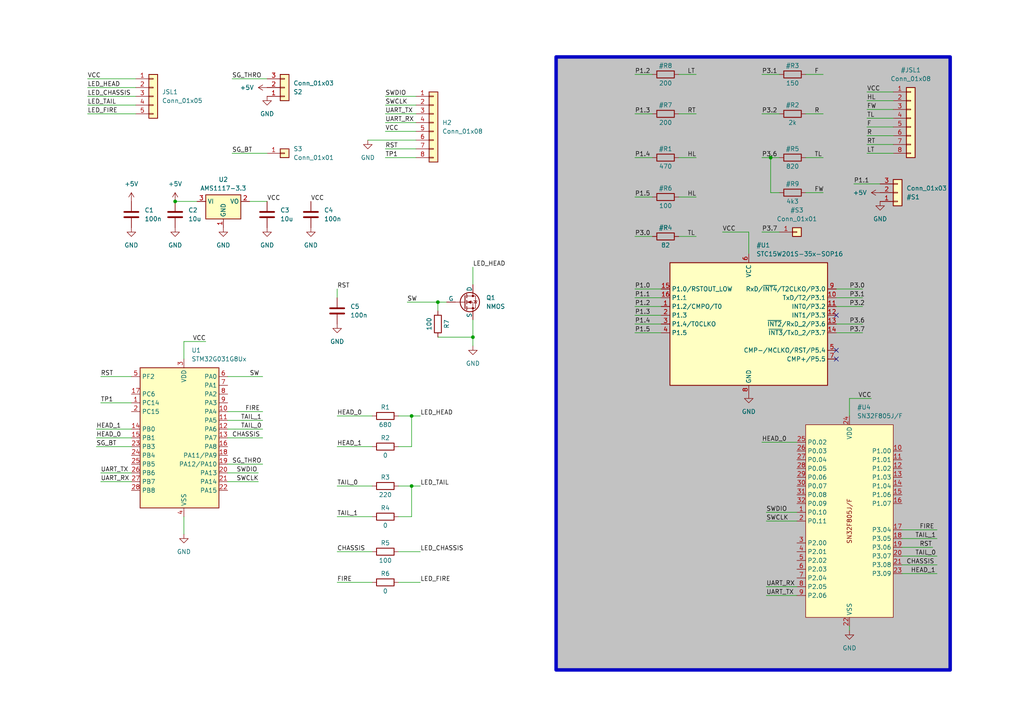
<source format=kicad_sch>
(kicad_sch (version 20230121) (generator eeschema)
  (paper "A4")
  (lib_symbols
    (symbol "Connector_Generic:Conn_01x01" (pin_names (offset 1.016) hide)
      (property "Reference" "J" (at 0 2.54 0))
      (property "Value" "Conn_01x01" (at 0 -2.54 0))
      (symbol "Conn_01x01_1_1"
        (rectangle (start -1.27 0.127) (end 0 -0.127) (stroke (width 0.1524)))
        (rectangle (start -1.27 1.27) (end 1.27 -1.27) (stroke (width 0.254)) (fill (type background)))
        (pin passive line (at -5.08 0 0) (length 3.81) (name "Pin_1") (number "1"))
      )
    )
    (symbol "Connector_Generic:Conn_01x03" (pin_names (offset 1.016) hide)
      (property "Reference" "J" (at 0 5.08 0))
      (property "Value" "Conn_01x03" (at 0 -5.08 0))
      (symbol "Conn_01x03_1_1"
        (rectangle (start -1.27 -2.413) (end 0 -2.667) (stroke (width 0.1524)))
        (rectangle (start -1.27 0.127) (end 0 -0.127) (stroke (width 0.1524)))
        (rectangle (start -1.27 2.667) (end 0 2.413) (stroke (width 0.1524)))
        (rectangle (start -1.27 3.81) (end 1.27 -3.81) (stroke (width 0.254)) (fill (type background)))
        (pin passive line (at -5.08 2.54 0) (length 3.81) (name "Pin_1") (number "1"))
        (pin passive line (at -5.08 0 0) (length 3.81) (name "Pin_2") (number "2"))
        (pin passive line (at -5.08 -2.54 0) (length 3.81) (name "Pin_3") (number "3"))
      )
    )
    (symbol "Connector_Generic:Conn_01x05" (pin_names (offset 1.016) hide)
      (property "Reference" "J" (at 0 7.62 0))
      (property "Value" "Conn_01x05" (at 0 -7.62 0))
      (symbol "Conn_01x05_1_1"
        (rectangle (start -1.27 -4.953) (end 0 -5.207) (stroke (width 0.1524)))
        (rectangle (start -1.27 -2.413) (end 0 -2.667) (stroke (width 0.1524)))
        (rectangle (start -1.27 0.127) (end 0 -0.127) (stroke (width 0.1524)))
        (rectangle (start -1.27 2.667) (end 0 2.413) (stroke (width 0.1524)))
        (rectangle (start -1.27 5.207) (end 0 4.953) (stroke (width 0.1524)))
        (rectangle (start -1.27 6.35) (end 1.27 -6.35) (stroke (width 0.254)) (fill (type background)))
        (pin passive line (at -5.08 5.08 0) (length 3.81) (name "Pin_1") (number "1"))
        (pin passive line (at -5.08 2.54 0) (length 3.81) (name "Pin_2") (number "2"))
        (pin passive line (at -5.08 0 0) (length 3.81) (name "Pin_3") (number "3"))
        (pin passive line (at -5.08 -2.54 0) (length 3.81) (name "Pin_4") (number "4"))
        (pin passive line (at -5.08 -5.08 0) (length 3.81) (name "Pin_5") (number "5"))
      )
    )
    (symbol "Connector_Generic:Conn_01x08" (pin_names (offset 1.016) hide)
      (property "Reference" "J" (at 0 10.16 0))
      (property "Value" "Conn_01x08" (at 0 -12.7 0))
      (symbol "Conn_01x08_1_1"
        (rectangle (start -1.27 -10.033) (end 0 -10.287) (stroke (width 0.1524)))
        (rectangle (start -1.27 -7.493) (end 0 -7.747) (stroke (width 0.1524)))
        (rectangle (start -1.27 -4.953) (end 0 -5.207) (stroke (width 0.1524)))
        (rectangle (start -1.27 -2.413) (end 0 -2.667) (stroke (width 0.1524)))
        (rectangle (start -1.27 0.127) (end 0 -0.127) (stroke (width 0.1524)))
        (rectangle (start -1.27 2.667) (end 0 2.413) (stroke (width 0.1524)))
        (rectangle (start -1.27 5.207) (end 0 4.953) (stroke (width 0.1524)))
        (rectangle (start -1.27 7.747) (end 0 7.493) (stroke (width 0.1524)))
        (rectangle (start -1.27 8.89) (end 1.27 -11.43) (stroke (width 0.254)) (fill (type background)))
        (pin passive line (at -5.08 7.62 0) (length 3.81) (name "Pin_1") (number "1"))
        (pin passive line (at -5.08 5.08 0) (length 3.81) (name "Pin_2") (number "2"))
        (pin passive line (at -5.08 2.54 0) (length 3.81) (name "Pin_3") (number "3"))
        (pin passive line (at -5.08 0 0) (length 3.81) (name "Pin_4") (number "4"))
        (pin passive line (at -5.08 -2.54 0) (length 3.81) (name "Pin_5") (number "5"))
        (pin passive line (at -5.08 -5.08 0) (length 3.81) (name "Pin_6") (number "6"))
        (pin passive line (at -5.08 -7.62 0) (length 3.81) (name "Pin_7") (number "7"))
        (pin passive line (at -5.08 -10.16 0) (length 3.81) (name "Pin_8") (number "8"))
      )
    )
    (symbol "Device:C" (pin_numbers hide) (pin_names (offset 0.254))
      (property "Reference" "C" (at 0.635 2.54 0))
      (property "Value" "C" (at 0.635 -2.54 0))
      (symbol "C_0_1"
        (polyline (pts (xy -2.032 -0.762) (xy 2.032 -0.762)) (stroke (width 0.508)))
        (polyline (pts (xy -2.032 0.762) (xy 2.032 0.762)) (stroke (width 0.508)))
      )
      (symbol "C_1_1"
        (pin passive line (at 0 3.81 270) (length 2.794) (name "~") (number "1"))
        (pin passive line (at 0 -3.81 90) (length 2.794) (name "~") (number "2"))
      )
    )
    (symbol "Device:R" (pin_numbers hide) (pin_names (offset 0))
      (property "Reference" "R" (at 2.032 0 90))
      (property "Value" "R" (at 0 0 90))
      (symbol "R_0_1"
        (rectangle (start -1.016 -2.54) (end 1.016 2.54) (stroke (width 0.254)))
      )
      (symbol "R_1_1"
        (pin passive line (at 0 3.81 270) (length 1.27) (name "~") (number "1"))
        (pin passive line (at 0 -3.81 90) (length 1.27) (name "~") (number "2"))
      )
    )
    (symbol "MCU_STC:STC15W201S-35x-SOP16"
      (property "Reference" "U" (at -22.86 19.05 0))
      (property "Value" "STC15W201S-35x-SOP16" (at 1.27 19.05 0))
      (symbol "STC15W201S-35x-SOP16_0_1"
        (rectangle (start -22.86 17.78) (end 22.86 -17.78) (stroke (width 0.254)) (fill (type background)))
      )
      (symbol "STC15W201S-35x-SOP16_1_1"
        (pin bidirectional line (at -25.4 5.08 0) (length 2.54) (name "P1.2/CMPO/T0") (number "1"))
        (pin bidirectional line (at 25.4 7.62 180) (length 2.54) (name "TxD/T2/P3.1") (number "10"))
        (pin bidirectional line (at 25.4 5.08 180) (length 2.54) (name "INT0/P3.2") (number "11"))
        (pin bidirectional line (at 25.4 2.54 180) (length 2.54) (name "INT1/P3.3") (number "12"))
        (pin bidirectional line (at 25.4 0 180) (length 2.54) (name "~{INT2}/RxD_2/P3.6") (number "13"))
        (pin bidirectional line (at 25.4 -2.54 180) (length 2.54) (name "~{INT3}/TxD_2/P3.7") (number "14"))
        (pin bidirectional line (at -25.4 10.16 0) (length 2.54) (name "P1.0/RSTOUT_LOW") (number "15"))
        (pin bidirectional line (at -25.4 7.62 0) (length 2.54) (name "P1.1") (number "16"))
        (pin bidirectional line (at -25.4 2.54 0) (length 2.54) (name "P1.3") (number "2"))
        (pin bidirectional line (at -25.4 0 0) (length 2.54) (name "P1.4/T0CLKO") (number "3"))
        (pin bidirectional line (at -25.4 -2.54 0) (length 2.54) (name "P1.5") (number "4"))
        (pin bidirectional line (at 25.4 -7.62 180) (length 2.54) (name "CMP-/MCLKO/RST/P5.4") (number "5"))
        (pin power_in line (at 0 20.32 270) (length 2.54) (name "VCC") (number "6"))
        (pin bidirectional line (at 25.4 -10.16 180) (length 2.54) (name "CMP+/P5.5") (number "7"))
        (pin power_in line (at 0 -20.32 90) (length 2.54) (name "GND") (number "8"))
        (pin bidirectional line (at 25.4 10.16 180) (length 2.54) (name "RxD/~{INT4}/T2CLKO/P3.0") (number "9"))
      )
    )
    (symbol "MCU_ST_STM32G0:STM32G031G8Ux"
      (property "Reference" "U" (at -10.16 21.59 0))
      (property "Value" "STM32G031G8Ux" (at 5.08 21.59 0))
      (symbol "STM32G031G8Ux_0_1"
        (rectangle (start -10.16 -20.32) (end 12.7 20.32) (stroke (width 0.254)) (fill (type background)))
      )
      (symbol "STM32G031G8Ux_1_1"
        (pin bidirectional line (at -12.7 10.16 0) (length 2.54) (name "PC14") (number "1"))
        (pin bidirectional line (at 15.24 7.62 180) (length 2.54) (name "PA4") (number "10"))
        (pin bidirectional line (at 15.24 5.08 180) (length 2.54) (name "PA5") (number "11"))
        (pin bidirectional line (at 15.24 2.54 180) (length 2.54) (name "PA6") (number "12"))
        (pin bidirectional line (at 15.24 0 180) (length 2.54) (name "PA7") (number "13"))
        (pin bidirectional line (at -12.7 2.54 0) (length 2.54) (name "PB0") (number "14"))
        (pin bidirectional line (at -12.7 0 0) (length 2.54) (name "PB1") (number "15"))
        (pin bidirectional line (at 15.24 -2.54 180) (length 2.54) (name "PA8") (number "16"))
        (pin bidirectional line (at -12.7 12.7 0) (length 2.54) (name "PC6") (number "17"))
        (pin bidirectional line (at 15.24 -5.08 180) (length 2.54) (name "PA11/PA9") (number "18"))
        (pin bidirectional line (at 15.24 -7.62 180) (length 2.54) (name "PA12/PA10") (number "19"))
        (pin bidirectional line (at -12.7 7.62 0) (length 2.54) (name "PC15") (number "2"))
        (pin bidirectional line (at 15.24 -10.16 180) (length 2.54) (name "PA13") (number "20"))
        (pin bidirectional line (at 15.24 -12.7 180) (length 2.54) (name "PA14") (number "21"))
        (pin bidirectional line (at 15.24 -15.24 180) (length 2.54) (name "PA15") (number "22"))
        (pin bidirectional line (at -12.7 -2.54 0) (length 2.54) (name "PB3") (number "23"))
        (pin bidirectional line (at -12.7 -5.08 0) (length 2.54) (name "PB4") (number "24"))
        (pin bidirectional line (at -12.7 -7.62 0) (length 2.54) (name "PB5") (number "25"))
        (pin bidirectional line (at -12.7 -10.16 0) (length 2.54) (name "PB6") (number "26"))
        (pin bidirectional line (at -12.7 -12.7 0) (length 2.54) (name "PB7") (number "27"))
        (pin bidirectional line (at -12.7 -15.24 0) (length 2.54) (name "PB8") (number "28"))
        (pin power_in line (at 2.54 22.86 270) (length 2.54) (name "VDD") (number "3"))
        (pin power_in line (at 2.54 -22.86 90) (length 2.54) (name "VSS") (number "4"))
        (pin bidirectional line (at -12.7 17.78 0) (length 2.54) (name "PF2") (number "5"))
        (pin bidirectional line (at 15.24 17.78 180) (length 2.54) (name "PA0") (number "6"))
        (pin bidirectional line (at 15.24 15.24 180) (length 2.54) (name "PA1") (number "7"))
        (pin bidirectional line (at 15.24 12.7 180) (length 2.54) (name "PA2") (number "8"))
        (pin bidirectional line (at 15.24 10.16 180) (length 2.54) (name "PA3") (number "9"))
      )
    )
    (symbol "Regulator_Linear:AMS1117-5.0"
      (property "Reference" "U" (at -3.81 3.175 0))
      (property "Value" "AMS1117-5.0" (at 0 3.175 0))
      (symbol "AMS1117-5.0_0_1"
        (rectangle (start -5.08 -5.08) (end 5.08 1.905) (stroke (width 0.254)) (fill (type background)))
      )
      (symbol "AMS1117-5.0_1_1"
        (pin power_in line (at 0 -7.62 90) (length 2.54) (name "GND") (number "1"))
        (pin power_out line (at 7.62 0 180) (length 2.54) (name "VO") (number "2"))
        (pin power_in line (at -7.62 0 0) (length 2.54) (name "VI") (number "3"))
      )
    )
    (symbol "SN32F:SN32F800"
      (property "Reference" "U" (at 1.27 57.15 0))
      (property "Value" "SN32F805J/F" (at 0 0 0))
      (symbol "SN32F800_1_1"
        (rectangle (start 0 55.88) (end 25.4 0) (fill (type background)))
        (text "SN32F805J/F" (at 12.7 27.94 900) (effects (font (size 1.27 1.27))))
        (pin bidirectional line (at -2.54 30.48 0) (length 2.54) (name "P0.10") (number "1"))
        (pin bidirectional line (at 27.94 48.26 180) (length 2.54) (name "P1.00") (number "10"))
        (pin bidirectional line (at 27.94 45.72 180) (length 2.54) (name "P1.01") (number "11"))
        (pin bidirectional line (at 27.94 43.18 180) (length 2.54) (name "P1.02") (number "12"))
        (pin bidirectional line (at 27.94 40.64 180) (length 2.54) (name "P1.03") (number "13"))
        (pin bidirectional line (at 27.94 38.1 180) (length 2.54) (name "P1.04") (number "14"))
        (pin bidirectional line (at 27.94 35.56 180) (length 2.54) (name "P1.06") (number "15"))
        (pin bidirectional line (at 27.94 33.02 180) (length 2.54) (name "P1.07") (number "16"))
        (pin bidirectional line (at 27.94 25.4 180) (length 2.54) (name "P3.04") (number "17"))
        (pin bidirectional line (at 27.94 22.86 180) (length 2.54) (name "P3.05") (number "18"))
        (pin bidirectional line (at 27.94 20.32 180) (length 2.54) (name "P3.06") (number "19"))
        (pin bidirectional line (at -2.54 27.94 0) (length 2.54) (name "P0.11") (number "2"))
        (pin bidirectional line (at 27.94 17.78 180) (length 2.54) (name "P3.07") (number "20"))
        (pin bidirectional line (at 27.94 15.24 180) (length 2.54) (name "P3.08") (number "21"))
        (pin power_in line (at 12.7 -2.54 90) (length 2.54) (name "VSS") (number "22"))
        (pin bidirectional line (at 27.94 12.7 180) (length 2.54) (name "P3.09") (number "23"))
        (pin power_in line (at 12.7 58.42 270) (length 2.54) (name "VDD") (number "24"))
        (pin bidirectional line (at -2.54 50.8 0) (length 2.54) (name "P0.02") (number "25"))
        (pin bidirectional line (at -2.54 48.26 0) (length 2.54) (name "P0.03") (number "26"))
        (pin bidirectional line (at -2.54 45.72 0) (length 2.54) (name "P0.04") (number "27"))
        (pin bidirectional line (at -2.54 43.18 0) (length 2.54) (name "P0.05") (number "28"))
        (pin bidirectional line (at -2.54 40.64 0) (length 2.54) (name "P0.06") (number "29"))
        (pin bidirectional line (at -2.54 21.59 0) (length 2.54) (name "P2.00") (number "3"))
        (pin bidirectional line (at -2.54 38.1 0) (length 2.54) (name "P0.07") (number "30"))
        (pin bidirectional line (at -2.54 35.56 0) (length 2.54) (name "P0.08") (number "31"))
        (pin bidirectional line (at -2.54 33.02 0) (length 2.54) (name "P0.09") (number "32"))
        (pin bidirectional line (at -2.54 19.05 0) (length 2.54) (name "P2.01") (number "4"))
        (pin bidirectional line (at -2.54 16.51 0) (length 2.54) (name "P2.02") (number "5"))
        (pin bidirectional line (at -2.54 13.97 0) (length 2.54) (name "P2.03") (number "6"))
        (pin bidirectional line (at -2.54 11.43 0) (length 2.54) (name "P2.04") (number "7"))
        (pin bidirectional line (at -2.54 8.89 0) (length 2.54) (name "P2.05") (number "8"))
        (pin bidirectional line (at -2.54 6.35 0) (length 2.54) (name "P2.06") (number "9"))
      )
    )
    (symbol "Simulation_SPICE:NMOS" (pin_numbers hide) (pin_names (offset 0))
      (property "Reference" "Q1" (at 6.35 1.27 0))
      (property "Value" "NMOS" (at 6.35 -1.27 0))
      (symbol "NMOS_0_1"
        (polyline (pts (xy 0.254 0) (xy -2.54 0)))
        (polyline (pts (xy 0.254 1.905) (xy 0.254 -1.905)) (stroke (width 0.254)))
        (polyline (pts (xy 0.762 -1.27) (xy 0.762 -2.286)) (stroke (width 0.254)))
        (polyline (pts (xy 0.762 0.508) (xy 0.762 -0.508)) (stroke (width 0.254)))
        (polyline (pts (xy 0.762 2.286) (xy 0.762 1.27)) (stroke (width 0.254)))
        (polyline (pts (xy 2.54 2.54) (xy 2.54 1.778)))
        (polyline (pts (xy 2.54 -2.54) (xy 2.54 0) (xy 0.762 0)))
        (polyline (pts (xy 0.762 -1.778) (xy 3.302 -1.778) (xy 3.302 1.778) (xy 0.762 1.778)))
        (polyline (pts (xy 1.016 0) (xy 2.032 0.381) (xy 2.032 -0.381) (xy 1.016 0)) (fill (type outline)))
        (polyline (pts (xy 2.794 0.508) (xy 2.921 0.381) (xy 3.683 0.381) (xy 3.81 0.254)))
        (polyline (pts (xy 3.302 0.381) (xy 2.921 -0.254) (xy 3.683 -0.254) (xy 3.302 0.381)))
        (circle (center 1.651 0) (radius 2.794) (stroke (width 0.254)))
        (circle (center 2.54 -1.778) (radius 0.254) (fill (type outline)))
        (circle (center 2.54 1.778) (radius 0.254) (fill (type outline)))
      )
      (symbol "NMOS_1_1"
        (pin input line (at -5.08 0 0) (length 2.54) (name "G") (number "1"))
        (pin passive line (at 2.54 -5.08 90) (length 2.54) (name "S") (number "2"))
        (pin passive line (at 2.54 5.08 270) (length 2.54) (name "D") (number "3"))
      )
    )
    (symbol "power:+5V" (power) (pin_names (offset 0))
      (property "Value" "+5V" (at 0 3.556 0))
      (symbol "+5V_0_1"
        (polyline (pts (xy -0.762 1.27) (xy 0 2.54)))
        (polyline (pts (xy 0 0) (xy 0 2.54)))
        (polyline (pts (xy 0 2.54) (xy 0.762 1.27)))
      )
      (symbol "+5V_1_1"
        (pin power_in line (at 0 0 90) (length 0) hide (name "+5V") (number "1"))
      )
    )
    (symbol "power:GND" (power) (pin_names (offset 0))
      (property "Value" "GND" (at 0 -3.81 0))
      (symbol "GND_0_1"
        (polyline (pts (xy 0 0) (xy 0 -1.27) (xy 1.27 -1.27) (xy 0 -2.54) (xy -1.27 -1.27) (xy 0 -1.27)))
      )
      (symbol "GND_1_1"
        (pin power_in line (at 0 0 270) (length 0) hide (name "GND") (number "1"))
      )
    )
  )
  (junction (at 223.52 45.72))
  (junction (at 119.38 140.97))
  (junction (at 137.16 97.79))
  (junction (at 50.8 58.42))
  (junction (at 119.38 120.65))
  (junction (at 127 87.63))
  (no_connect (at 242.57 101.6))
  (no_connect (at 242.57 91.44))
  (no_connect (at 242.57 104.14))
  (wire (pts (xy 115.57 140.97) (xy 119.38 140.97)))
  (wire (pts (xy 111.76 43.18) (xy 120.65 43.18)))
  (wire (pts (xy 25.4 30.48) (xy 39.37 30.48)))
  (wire (pts (xy 184.15 93.98) (xy 191.77 93.98)))
  (wire (pts (xy 242.57 88.9) (xy 250.19 88.9)))
  (wire (pts (xy 184.15 57.15) (xy 189.23 57.15)))
  (wire (pts (xy 27.94 129.54) (xy 38.1 129.54)))
  (wire (pts (xy 261.62 158.75) (xy 270.51 158.75)))
  (wire (pts (xy 246.38 182.88) (xy 246.38 181.61)))
  (wire (pts (xy 220.98 128.27) (xy 231.14 128.27)))
  (wire (pts (xy 25.4 27.94) (xy 39.37 27.94)))
  (wire (pts (xy 127 97.79) (xy 137.16 97.79)))
  (wire (pts (xy 233.68 33.02) (xy 238.76 33.02)))
  (wire (pts (xy 97.79 149.86) (xy 107.95 149.86)))
  (wire (pts (xy 115.57 120.65) (xy 119.38 120.65)))
  (wire (pts (xy 233.68 55.88) (xy 238.76 55.88)))
  (wire (pts (xy 261.62 153.67) (xy 271.78 153.67)))
  (wire (pts (xy 251.46 39.37) (xy 259.08 39.37)))
  (wire (pts (xy 53.34 154.94) (xy 53.34 149.86)))
  (wire (pts (xy 247.65 53.34) (xy 255.27 53.34)))
  (wire (pts (xy 50.8 58.42) (xy 57.15 58.42)))
  (wire (pts (xy 67.31 44.45) (xy 77.47 44.45)))
  (wire (pts (xy 29.21 139.7) (xy 38.1 139.7)))
  (wire (pts (xy 119.38 129.54) (xy 119.38 120.65)))
  (wire (pts (xy 222.25 172.72) (xy 231.14 172.72)))
  (wire (pts (xy 27.94 127) (xy 38.1 127)))
  (wire (pts (xy 111.76 45.72) (xy 120.65 45.72)))
  (wire (pts (xy 223.52 45.72) (xy 223.52 55.88)))
  (wire (pts (xy 222.25 170.18) (xy 231.14 170.18)))
  (wire (pts (xy 251.46 36.83) (xy 259.08 36.83)))
  (wire (pts (xy 184.15 91.44) (xy 191.77 91.44)))
  (wire (pts (xy 137.16 97.79) (xy 137.16 100.33)))
  (wire (pts (xy 111.76 33.02) (xy 120.65 33.02)))
  (wire (pts (xy 196.85 45.72) (xy 201.93 45.72)))
  (wire (pts (xy 217.17 67.31) (xy 217.17 73.66)))
  (wire (pts (xy 119.38 149.86) (xy 119.38 140.97)))
  (wire (pts (xy 251.46 34.29) (xy 259.08 34.29)))
  (wire (pts (xy 115.57 160.02) (xy 121.92 160.02)))
  (wire (pts (xy 222.25 148.59) (xy 231.14 148.59)))
  (wire (pts (xy 196.85 21.59) (xy 201.93 21.59)))
  (wire (pts (xy 29.21 109.22) (xy 38.1 109.22)))
  (wire (pts (xy 115.57 149.86) (xy 119.38 149.86)))
  (wire (pts (xy 27.94 124.46) (xy 38.1 124.46)))
  (wire (pts (xy 137.16 92.71) (xy 137.16 97.79)))
  (wire (pts (xy 251.46 41.91) (xy 259.08 41.91)))
  (wire (pts (xy 220.98 33.02) (xy 226.06 33.02)))
  (wire (pts (xy 67.31 22.86) (xy 77.47 22.86)))
  (wire (pts (xy 196.85 68.58) (xy 201.93 68.58)))
  (wire (pts (xy 25.4 22.86) (xy 39.37 22.86)))
  (wire (pts (xy 111.76 35.56) (xy 120.65 35.56)))
  (wire (pts (xy 184.15 86.36) (xy 191.77 86.36)))
  (wire (pts (xy 119.38 140.97) (xy 121.92 140.97)))
  (wire (pts (xy 97.79 83.82) (xy 97.79 86.36)))
  (wire (pts (xy 66.04 119.38) (xy 76.2 119.38)))
  (wire (pts (xy 29.21 137.16) (xy 38.1 137.16)))
  (wire (pts (xy 106.68 40.64) (xy 120.65 40.64)))
  (wire (pts (xy 196.85 33.02) (xy 201.93 33.02)))
  (wire (pts (xy 261.62 163.83) (xy 271.78 163.83)))
  (wire (pts (xy 184.15 96.52) (xy 191.77 96.52)))
  (wire (pts (xy 66.04 121.92) (xy 76.2 121.92)))
  (wire (pts (xy 97.79 120.65) (xy 107.95 120.65)))
  (wire (pts (xy 53.34 99.06) (xy 53.34 104.14)))
  (wire (pts (xy 66.04 109.22) (xy 76.2 109.22)))
  (wire (pts (xy 251.46 44.45) (xy 259.08 44.45)))
  (wire (pts (xy 127 90.17) (xy 127 87.63)))
  (wire (pts (xy 222.25 151.13) (xy 231.14 151.13)))
  (wire (pts (xy 220.98 45.72) (xy 223.52 45.72)))
  (wire (pts (xy 246.38 115.57) (xy 246.38 120.65)))
  (wire (pts (xy 111.76 27.94) (xy 120.65 27.94)))
  (wire (pts (xy 251.46 26.67) (xy 259.08 26.67)))
  (wire (pts (xy 66.04 127) (xy 76.2 127)))
  (wire (pts (xy 209.55 67.31) (xy 217.17 67.31)))
  (wire (pts (xy 184.15 33.02) (xy 189.23 33.02)))
  (wire (pts (xy 261.62 161.29) (xy 271.78 161.29)))
  (wire (pts (xy 111.76 38.1) (xy 120.65 38.1)))
  (wire (pts (xy 223.52 55.88) (xy 226.06 55.88)))
  (wire (pts (xy 223.52 45.72) (xy 226.06 45.72)))
  (wire (pts (xy 66.04 124.46) (xy 76.2 124.46)))
  (wire (pts (xy 220.98 21.59) (xy 226.06 21.59)))
  (wire (pts (xy 184.15 45.72) (xy 189.23 45.72)))
  (wire (pts (xy 25.4 25.4) (xy 39.37 25.4)))
  (wire (pts (xy 53.34 99.06) (xy 59.69 99.06)))
  (wire (pts (xy 184.15 21.59) (xy 189.23 21.59)))
  (wire (pts (xy 66.04 137.16) (xy 74.93 137.16)))
  (wire (pts (xy 261.62 156.21) (xy 271.78 156.21)))
  (wire (pts (xy 127 87.63) (xy 129.54 87.63)))
  (wire (pts (xy 251.46 31.75) (xy 259.08 31.75)))
  (wire (pts (xy 66.04 139.7) (xy 74.93 139.7)))
  (wire (pts (xy 196.85 57.15) (xy 201.93 57.15)))
  (wire (pts (xy 127 87.63) (xy 118.11 87.63)))
  (wire (pts (xy 184.15 68.58) (xy 189.23 68.58)))
  (wire (pts (xy 246.38 115.57) (xy 252.73 115.57)))
  (wire (pts (xy 261.62 166.37) (xy 271.78 166.37)))
  (wire (pts (xy 97.79 168.91) (xy 107.95 168.91)))
  (wire (pts (xy 111.76 30.48) (xy 120.65 30.48)))
  (wire (pts (xy 184.15 83.82) (xy 191.77 83.82)))
  (wire (pts (xy 66.04 134.62) (xy 76.2 134.62)))
  (wire (pts (xy 184.15 88.9) (xy 191.77 88.9)))
  (wire (pts (xy 242.57 93.98) (xy 250.19 93.98)))
  (wire (pts (xy 242.57 86.36) (xy 250.19 86.36)))
  (wire (pts (xy 220.98 67.31) (xy 226.06 67.31)))
  (wire (pts (xy 97.79 129.54) (xy 107.95 129.54)))
  (wire (pts (xy 137.16 77.47) (xy 137.16 82.55)))
  (wire (pts (xy 233.68 45.72) (xy 238.76 45.72)))
  (wire (pts (xy 97.79 160.02) (xy 107.95 160.02)))
  (wire (pts (xy 233.68 21.59) (xy 238.76 21.59)))
  (wire (pts (xy 115.57 168.91) (xy 121.92 168.91)))
  (wire (pts (xy 97.79 140.97) (xy 107.95 140.97)))
  (wire (pts (xy 115.57 129.54) (xy 119.38 129.54)))
  (wire (pts (xy 25.4 33.02) (xy 39.37 33.02)))
  (wire (pts (xy 77.47 58.42) (xy 72.39 58.42)))
  (wire (pts (xy 119.38 120.65) (xy 121.92 120.65)))
  (wire (pts (xy 242.57 96.52) (xy 250.19 96.52)))
  (wire (pts (xy 242.57 83.82) (xy 250.19 83.82)))
  (wire (pts (xy 251.46 29.21) (xy 259.08 29.21)))
  (wire (pts (xy 29.21 116.84) (xy 38.1 116.84)))
  (rectangle (start 161.29 16.51) (end 275.59 194.31) (stroke (width 1)) (fill (type color) (color 194 194 194 1)))
  (label "RST" (at 266.7 158.75 0))
  (label "VCC" (at 111.76 38.1 0))
  (label "LED_HEAD" (at 25.4 25.4 0))
  (label "HL" (at 199.39 45.72 0))
  (label "P1.2" (at 184.15 88.9 0))
  (label "P3.2" (at 220.98 33.02 0))
  (label "HEAD_1" (at 27.94 124.46 0))
  (label "SG_THRO" (at 67.31 22.86 0))
  (label "HEAD_1" (at 97.79 129.54 0))
  (label "P1.1" (at 247.65 53.34 0))
  (label "P3.6" (at 220.98 45.72 0))
  (label "SWDIO" (at 111.76 27.94 0))
  (label "HL" (at 251.46 29.21 0))
  (label "LED_HEAD" (at 121.92 120.65 0))
  (label "CHASSIS" (at 97.79 160.02 0))
  (label "TP1" (at 111.76 45.72 0))
  (label "FIRE" (at 71.12 119.38 0))
  (label "SW" (at 72.39 109.22 0))
  (label "LED_CHASSIS" (at 121.92 160.02 0))
  (label "FW" (at 251.46 31.75 0))
  (label "LED_TAIL" (at 25.4 30.48 0))
  (label "P3.7" (at 246.38 96.52 0))
  (label "P1.0" (at 184.15 83.82 0))
  (label "HEAD_0" (at 27.94 127 0))
  (label "P1.1" (at 184.15 86.36 0))
  (label "R" (at 236.22 33.02 0))
  (label "HL" (at 199.39 57.15 0))
  (label "SWCLK" (at 111.76 30.48 0))
  (label "VCC" (at 55.88 99.06 0))
  (label "P3.2" (at 246.357 88.9 0))
  (label "VCC" (at 77.47 58.42 0))
  (label "LED_TAIL" (at 121.92 140.97 0))
  (label "UART_RX" (at 111.76 35.56 0))
  (label "HEAD_0" (at 220.98 128.27 0))
  (label "LED_CHASSIS" (at 25.4 27.94 0))
  (label "HEAD_1" (at 264.16 166.37 0))
  (label "FIRE" (at 266.7 153.67 0))
  (label "LED_FIRE" (at 121.92 168.91 0))
  (label "TAIL_0" (at 69.85 124.46 0))
  (label "TL" (at 251.46 34.29 0))
  (label "P1.2" (at 184.15 21.59 0))
  (label "HEAD_0" (at 97.79 120.65 0))
  (label "CHASSIS" (at 262.89 163.83 0))
  (label "VCC" (at 90.17 58.42 0))
  (label "TAIL_1" (at 97.79 149.86 0))
  (label "SWDIO" (at 68.58 137.16 0))
  (label "VCC" (at 25.4 22.86 0))
  (label "P1.3" (at 184.15 33.02 0))
  (label "VCC" (at 248.92 115.57 0))
  (label "RT" (at 251.46 41.91 0))
  (label "UART_TX" (at 111.76 33.02 0))
  (label "LED_HEAD" (at 137.16 77.47 0))
  (label "SWCLK" (at 68.58 139.7 0))
  (label "P3.6" (at 246.38 93.98 0))
  (label "UART_TX" (at 222.25 172.72 0))
  (label "LT" (at 199.39 21.59 0))
  (label "UART_RX" (at 222.25 170.18 0))
  (label "P3.7" (at 221.003 67.31 0))
  (label "P1.5" (at 184.15 57.15 0))
  (label "P3.0" (at 184.173 68.58 0))
  (label "P1.5" (at 184.15 96.52 0))
  (label "TAIL_1" (at 265.43 156.21 0))
  (label "VCC" (at 251.46 26.67 0))
  (label "LT" (at 251.46 44.45 0))
  (label "P3.1" (at 246.38 86.36 0))
  (label "CHASSIS" (at 67.31 127 0))
  (label "SG_BT" (at 67.31 44.45 0))
  (label "RT" (at 199.39 33.02 0))
  (label "SG_BT" (at 27.94 129.54 0))
  (label "VCC" (at 209.55 67.31 0))
  (label "TAIL_1" (at 69.85 121.92 0))
  (label "TAIL_0" (at 97.79 140.97 0))
  (label "FW" (at 236.22 55.88 0))
  (label "LED_FIRE" (at 25.4 33.02 0))
  (label "SW" (at 118.11 87.63 0))
  (label "TP1" (at 29.21 116.84 0))
  (label "TL" (at 199.39 68.58 0))
  (label "P1.3" (at 184.15 91.44 0))
  (label "P3.0" (at 246.38 83.82 0))
  (label "RST" (at 111.76 43.18 0))
  (label "TAIL_0" (at 265.43 161.29 0))
  (label "P3.1" (at 221.003 21.59 0))
  (label "F" (at 236.22 21.59 0))
  (label "TL" (at 236.22 45.72 0))
  (label "R" (at 251.46 39.37 0))
  (label "UART_TX" (at 29.21 137.16 0))
  (label "SWDIO" (at 222.25 148.59 0))
  (label "UART_RX" (at 29.21 139.7 0))
  (label "FIRE" (at 97.79 168.91 0))
  (label "SWCLK" (at 222.25 151.13 0))
  (label "P1.4" (at 184.15 93.98 0))
  (label "F" (at 251.46 36.83 0))
  (label "RST" (at 29.21 109.22 0))
  (label "SG_THRO" (at 67.31 134.62 0))
  (label "P1.4" (at 184.15 45.72 0))
  (label "RST" (at 97.79 83.82 0))
  (symbol (lib_id "power:GND") (at 246.38 182.88 0) (unit 1)
    (property "Reference" "#PWR013" (effects hide))
    (property "Value" "GND" (at 246.38 187.96 0))
  )
  (symbol (lib_id "power:+5V") (at 38.1 58.42 0) (unit 1)
    (property "Reference" "#PWR09" (effects hide))
    (property "Value" "+5V" (at 38.1 53.34 0))
  )
  (symbol (lib_id "Device:R") (at 229.87 55.88 90) (unit 1)
    (property "Reference" "#R9" (at 229.87 53.34 90))
    (property "Value" "4k3" (at 229.87 58.42 90))
    (property "Footprint" "Resistor_SMD:R_0603_1608Metric_Pad0.98x0.95mm_HandSolder" (effects hide))
  )
  (symbol (lib_id "power:GND") (at 64.77 66.04 0) (unit 1)
    (property "Reference" "#PWR07" (effects hide))
    (property "Value" "GND" (at 64.77 71.12 0))
  )
  (symbol (lib_id "power:GND") (at 53.34 154.94 0) (unit 1)
    (property "Reference" "#PWR014" (effects hide))
    (property "Value" "GND" (at 53.34 160.02 0))
  )
  (symbol (lib_id "power:+5V") (at 255.27 55.88 90) (unit 1)
    (property "Reference" "#PWR011" (effects hide))
    (property "Value" "+5V" (at 251.46 55.88 90) (effects (justify left)))
  )
  (symbol (lib_id "Connector_Generic:Conn_01x03") (at 82.55 25.4 0) (mirror x) (unit 1)
    (property "Reference" "S2" (at 85.09 26.67 0) (effects (justify left)))
    (property "Value" "Conn_01x03" (at 85.09 24.13 0) (effects (justify left)))
    (property "Footprint" "Connector_Wuerth:Wuerth_WR-WTB_64800311622_1x03_P1.50mm_Vertical" (effects hide))
  )
  (symbol (lib_id "power:GND") (at 97.79 93.98 0) (unit 1)
    (property "Reference" "#PWR015" (effects hide))
    (property "Value" "GND" (at 97.79 99.06 0))
  )
  (symbol (lib_id "power:GND") (at 38.1 66.04 0) (unit 1)
    (property "Reference" "#PWR010" (effects hide))
    (property "Value" "GND" (at 38.1 71.12 0))
  )
  (symbol (lib_id "Device:R") (at 111.76 149.86 90) (unit 1)
    (property "Reference" "R4" (at 111.76 147.32 90))
    (property "Value" "0" (at 111.76 152.4 90))
    (property "Footprint" "Resistor_SMD:R_0402_1005Metric" (effects hide))
    (property "JLCPCB" "C25076" (effects hide))
  )
  (symbol (lib_id "Device:R") (at 229.87 21.59 90) (unit 1)
    (property "Reference" "#R3" (at 229.87 19.05 90))
    (property "Value" "150" (at 229.87 24.13 90))
    (property "Footprint" "Resistor_SMD:R_0603_1608Metric_Pad0.98x0.95mm_HandSolder" (effects hide))
  )
  (symbol (lib_id "Device:R") (at 193.04 45.72 90) (unit 1)
    (property "Reference" "#R1" (at 193.04 43.18 90))
    (property "Value" "470" (at 193.04 48.26 90))
    (property "Footprint" "Resistor_SMD:R_0603_1608Metric_Pad0.98x0.95mm_HandSolder" (effects hide))
  )
  (symbol (lib_id "Device:R") (at 127 93.98 0) (unit 1)
    (property "Reference" "R7" (at 129.54 93.98 90))
    (property "Value" "100" (at 124.46 93.98 90))
    (property "Footprint" "Resistor_SMD:R_0402_1005Metric" (effects hide))
    (property "JLCPCB" "C25076" (effects hide))
  )
  (symbol (lib_id "Connector_Generic:Conn_01x03") (at 260.35 55.88 0) (mirror x) (unit 1)
    (property "Reference" "#S1" (at 262.89 57.15 0) (effects (justify left)))
    (property "Value" "Conn_01x03" (at 262.89 54.61 0) (effects (justify left)))
    (property "Footprint" "Connector_Wuerth:Wuerth_WR-WTB_64800311622_1x03_P1.50mm_Vertical" (effects hide))
  )
  (symbol (lib_id "Device:C") (at 50.8 62.23 0) (unit 1)
    (property "Reference" "C2" (at 54.61 60.96 0) (effects (justify left)))
    (property "Value" "10u" (at 54.61 63.5 0) (effects (justify left)))
    (property "Footprint" "Capacitor_SMD:C_0805_2012Metric_Pad1.18x1.45mm_HandSolder" (effects hide))
    (property "JLCPCB" "C15850" (effects hide))
  )
  (symbol (lib_id "power:+5V") (at 50.8 58.42 0) (unit 1)
    (property "Reference" "#PWR02" (effects hide))
    (property "Value" "+5V" (at 50.8 53.34 0))
  )
  (symbol (lib_id "power:+5V") (at 77.47 25.4 90) (unit 1)
    (property "Reference" "#PWR012" (effects hide))
    (property "Value" "+5V" (at 73.66 25.4 90) (effects (justify left)))
  )
  (symbol (lib_id "Connector_Generic:Conn_01x08") (at 125.73 35.56 0) (unit 1)
    (property "Reference" "H2" (at 128.27 35.56 0) (effects (justify left)))
    (property "Value" "Conn_01x08" (at 128.27 38.1 0) (effects (justify left)))
    (property "Footprint" "Connector_FFC-FPC:TE_0-1734839-8_1x08-1MP_P0.5mm_Horizontal" (effects hide))
    (property "JLCPCB" "C5278509/C510963" (effects hide))
  )
  (symbol (lib_id "Device:R") (at 193.04 33.02 90) (unit 1)
    (property "Reference" "#R7" (at 193.04 30.48 90))
    (property "Value" "200" (at 193.04 35.56 90))
    (property "Footprint" "Resistor_SMD:R_0603_1608Metric_Pad0.98x0.95mm_HandSolder" (effects hide))
  )
  (symbol (lib_id "Connector_Generic:Conn_01x05") (at 44.45 27.94 0) (unit 1)
    (property "Reference" "JSL1" (at 46.99 26.67 0) (effects (justify left)))
    (property "Value" "Conn_01x05" (at 46.99 29.21 0) (effects (justify left)))
    (property "Footprint" "Connector_PinHeader_2.00mm:PinHeader_1x05_P2.00mm_Vertical" (effects hide))
  )
  (symbol (lib_id "power:GND") (at 77.47 27.94 0) (unit 1)
    (property "Reference" "#PWR06" (effects hide))
    (property "Value" "GND" (at 77.47 33.02 0))
  )
  (symbol (lib_id "Device:R") (at 111.76 160.02 90) (unit 1)
    (property "Reference" "R5" (at 111.76 157.48 90))
    (property "Value" "100" (at 111.76 162.56 90))
    (property "Footprint" "Resistor_SMD:R_0402_1005Metric" (effects hide))
    (property "JLCPCB" "C25076" (effects hide))
  )
  (symbol (lib_id "Connector_Generic:Conn_01x01") (at 231.14 67.31 0) (unit 1)
    (property "Reference" "#S3" (at 231.14 60.96 0))
    (property "Value" "Conn_01x01" (at 231.14 63.5 0))
    (property "Footprint" "TestPoint:TestPoint_THTPad_D1.5mm_Drill0.7mm" (effects hide))
  )
  (symbol (lib_id "power:GND") (at 255.27 58.42 0) (unit 1)
    (property "Reference" "#PWR05" (effects hide))
    (property "Value" "GND" (at 255.27 63.5 0))
  )
  (symbol (lib_id "power:GND") (at 50.8 66.04 0) (unit 1)
    (property "Reference" "#PWR03" (effects hide))
    (property "Value" "GND" (at 50.8 71.12 0))
  )
  (symbol (lib_id "Device:C") (at 97.79 90.17 0) (unit 1)
    (property "Reference" "C5" (at 101.6 88.9 0) (effects (justify left)))
    (property "Value" "100n" (at 101.6 91.44 0) (effects (justify left)))
    (property "Footprint" "Capacitor_SMD:C_0402_1005Metric" (effects hide))
    (property "JLCPCB" "C307331" (effects hide))
  )
  (symbol (lib_id "Device:C") (at 90.17 62.23 0) (unit 1)
    (property "Reference" "C4" (at 93.98 60.96 0) (effects (justify left)))
    (property "Value" "100n" (at 93.98 63.5 0) (effects (justify left)))
    (property "Footprint" "Capacitor_SMD:C_0402_1005Metric" (effects hide))
    (property "JLCPCB" "C307331" (effects hide))
  )
  (symbol (lib_id "Device:R") (at 111.76 140.97 90) (unit 1)
    (property "Reference" "R3" (at 111.76 138.43 90))
    (property "Value" "220" (at 111.76 143.51 90))
    (property "Footprint" "Resistor_SMD:R_0402_1005Metric" (effects hide))
    (property "JLCPCB" "C25076" (effects hide))
  )
  (symbol (lib_id "SN32F:SN32F800") (at 233.68 179.07 0) (unit 1)
    (property "Reference" "#U4" (at 248.5741 118.11 0) (effects (justify left)))
    (property "Value" "SN32F805J/F" (at 248.5741 120.65 0) (effects (justify left)))
    (property "Footprint" "Package_DFN_QFN:QFN-32-1EP_4x4mm_P0.4mm_EP2.9x2.9mm" (effects hide))
  )
  (symbol (lib_id "Device:R") (at 193.04 68.58 90) (unit 1)
    (property "Reference" "#R4" (at 193.04 66.04 90))
    (property "Value" "82" (at 193.04 71.12 90))
    (property "Footprint" "Resistor_SMD:R_0603_1608Metric_Pad0.98x0.95mm_HandSolder" (effects hide))
  )
  (symbol (lib_id "Device:R") (at 229.87 45.72 90) (unit 1)
    (property "Reference" "#R5" (at 229.87 43.18 90))
    (property "Value" "820" (at 229.87 48.26 90))
    (property "Footprint" "Resistor_SMD:R_0603_1608Metric_Pad0.98x0.95mm_HandSolder" (effects hide))
  )
  (symbol (lib_id "Device:R") (at 111.76 120.65 90) (unit 1)
    (property "Reference" "R1" (at 111.76 118.11 90))
    (property "Value" "680" (at 111.76 123.19 90))
    (property "Footprint" "Resistor_SMD:R_0402_1005Metric" (effects hide))
    (property "JLCPCB" "C25076" (effects hide))
  )
  (symbol (lib_id "MCU_ST_STM32G0:STM32G031G8Ux") (at 50.8 127 0) (unit 1)
    (property "Reference" "U1" (at 55.5341 101.6 0) (effects (justify left)))
    (property "Value" "STM32G031G8Ux" (at 55.5341 104.14 0) (effects (justify left)))
    (property "Footprint" "Package_DFN_QFN:QFN-28_4x4mm_P0.5mm" (effects hide))
    (property "Datasheet" "https://www.st.com/resource/en/datasheet/stm32g031g8.pdf" (effects hide))
    (property "JLCPCB" "C432211" (effects hide))
  )
  (symbol (lib_id "Device:R") (at 193.04 57.15 90) (unit 1) (on_board no)
    (property "Reference" "#R6" (at 193.04 54.61 90))
    (property "Value" "100" (at 193.04 59.69 90))
    (property "Footprint" "Resistor_SMD:R_0603_1608Metric_Pad0.98x0.95mm_HandSolder" (effects hide))
  )
  (symbol (lib_id "power:GND") (at 106.68 40.64 0) (unit 1)
    (property "Reference" "#PWR017" (effects hide))
    (property "Value" "GND" (at 106.68 45.72 0))
  )
  (symbol (lib_id "Device:C") (at 38.1 62.23 0) (unit 1)
    (property "Reference" "C1" (at 41.91 60.96 0) (effects (justify left)))
    (property "Value" "100n" (at 41.91 63.5 0) (effects (justify left)))
    (property "Footprint" "Capacitor_SMD:C_0402_1005Metric" (effects hide))
    (property "JLCPCB" "C307331" (effects hide))
  )
  (symbol (lib_id "power:GND") (at 90.17 66.04 0) (unit 1)
    (property "Reference" "#PWR08" (effects hide))
    (property "Value" "GND" (at 90.17 71.12 0))
  )
  (symbol (lib_id "Simulation_SPICE:NMOS") (at 134.62 87.63 0) (unit 1)
    (property "Reference" "Q1" (at 140.97 86.36 0) (effects (justify left)))
    (property "Value" "NMOS" (at 140.97 88.9 0) (effects (justify left)))
    (property "Footprint" "Package_TO_SOT_SMD:SOT-23" (effects hide))
    (property "Datasheet" "https://ngspice.sourceforge.io/docs/ngspice-manual.pdf" (effects hide))
    (property "Sim.Device" "NMOS" (effects hide))
    (property "Sim.Type" "VDMOS" (effects hide))
    (property "Sim.Pins" "1=D 2=G 3=S" (effects hide))
    (property "JLCPCB" "C22463594" (effects hide))
  )
  (symbol (lib_id "Device:C") (at 77.47 62.23 0) (unit 1)
    (property "Reference" "C3" (at 81.28 60.96 0) (effects (justify left)))
    (property "Value" "10u" (at 81.28 63.5 0) (effects (justify left)))
    (property "Footprint" "Capacitor_SMD:C_0805_2012Metric_Pad1.18x1.45mm_HandSolder" (effects hide))
    (property "JLCPCB" "C15850" (effects hide))
  )
  (symbol (lib_id "Connector_Generic:Conn_01x01") (at 82.55 44.45 0) (unit 1)
    (property "Reference" "S3" (at 85.09 43.18 0) (effects (justify left)))
    (property "Value" "Conn_01x01" (at 85.09 45.72 0) (effects (justify left)))
    (property "Footprint" "TestPoint:TestPoint_THTPad_D1.5mm_Drill0.7mm" (effects hide))
  )
  (symbol (lib_id "Device:R") (at 111.76 129.54 90) (unit 1)
    (property "Reference" "R2" (at 111.76 127 90))
    (property "Value" "0" (at 111.76 132.08 90))
    (property "Footprint" "Resistor_SMD:R_0402_1005Metric" (effects hide))
    (property "JLCPCB" "C25076" (effects hide))
  )
  (symbol (lib_id "Device:R") (at 193.04 21.59 90) (unit 1)
    (property "Reference" "#R8" (at 193.04 19.05 90))
    (property "Value" "200" (at 193.04 24.13 90))
    (property "Footprint" "Resistor_SMD:R_0603_1608Metric_Pad0.98x0.95mm_HandSolder" (effects hide))
  )
  (symbol (lib_id "power:GND") (at 77.47 66.04 0) (unit 1)
    (property "Reference" "#PWR04" (effects hide))
    (property "Value" "GND" (at 77.47 71.12 0))
  )
  (symbol (lib_id "Connector_Generic:Conn_01x08") (at 264.16 34.29 0) (unit 1)
    (property "Reference" "#JSL1" (at 264.16 20.32 0))
    (property "Value" "Conn_01x08" (at 264.16 22.86 0))
    (property "Footprint" "Connector_PinHeader_2.00mm:PinHeader_1x08_P2.00mm_Vertical" (effects hide))
  )
  (symbol (lib_id "Device:R") (at 229.87 33.02 90) (unit 1)
    (property "Reference" "#R2" (at 229.87 30.48 90))
    (property "Value" "2k" (at 229.87 35.56 90))
    (property "Footprint" "Resistor_SMD:R_0603_1608Metric_Pad0.98x0.95mm_HandSolder" (effects hide))
  )
  (symbol (lib_id "power:GND") (at 217.17 114.3 0) (unit 1)
    (property "Reference" "#PWR01" (effects hide))
    (property "Value" "GND" (at 217.17 119.38 0))
  )
  (symbol (lib_id "Regulator_Linear:AMS1117-5.0") (at 64.77 58.42 0) (unit 1)
    (property "Reference" "U2" (at 64.77 52.07 0))
    (property "Value" "AMS1117-3.3" (at 64.77 54.61 0))
    (property "Footprint" "Package_TO_SOT_SMD:SOT-89-3" (effects hide))
    (property "Datasheet" "http://www.advanced-monolithic.com/pdf/ds1117.pdf" (effects hide))
    (property "JLCPCB" "C18190088" (effects hide))
  )
  (symbol (lib_id "power:GND") (at 137.16 100.33 0) (unit 1)
    (property "Reference" "#PWR016" (effects hide))
    (property "Value" "GND" (at 137.16 105.41 0))
  )
  (symbol (lib_id "Device:R") (at 111.76 168.91 90) (unit 1)
    (property "Reference" "R6" (at 111.76 166.37 90))
    (property "Value" "0" (at 111.76 171.45 90))
    (property "Footprint" "Resistor_SMD:R_0402_1005Metric" (effects hide))
    (property "JLCPCB" "C25076" (effects hide))
  )
  (symbol (lib_id "MCU_STC:STC15W201S-35x-SOP16") (at 217.17 93.98 0) (unit 1)
    (property "Reference" "#U1" (at 219.3641 71.12 0) (effects (justify left)))
    (property "Value" "STC15W201S-35x-SOP16" (at 219.3641 73.66 0) (effects (justify left)))
    (property "Footprint" "Package_SO:STC_SOP-16_3.9x9.9mm_P1.27mm" (effects hide))
    (property "Datasheet" "www.stcmicro.com/datasheet/STC15F2K60S2-en.pdf" (effects hide))
  )
)
</source>
